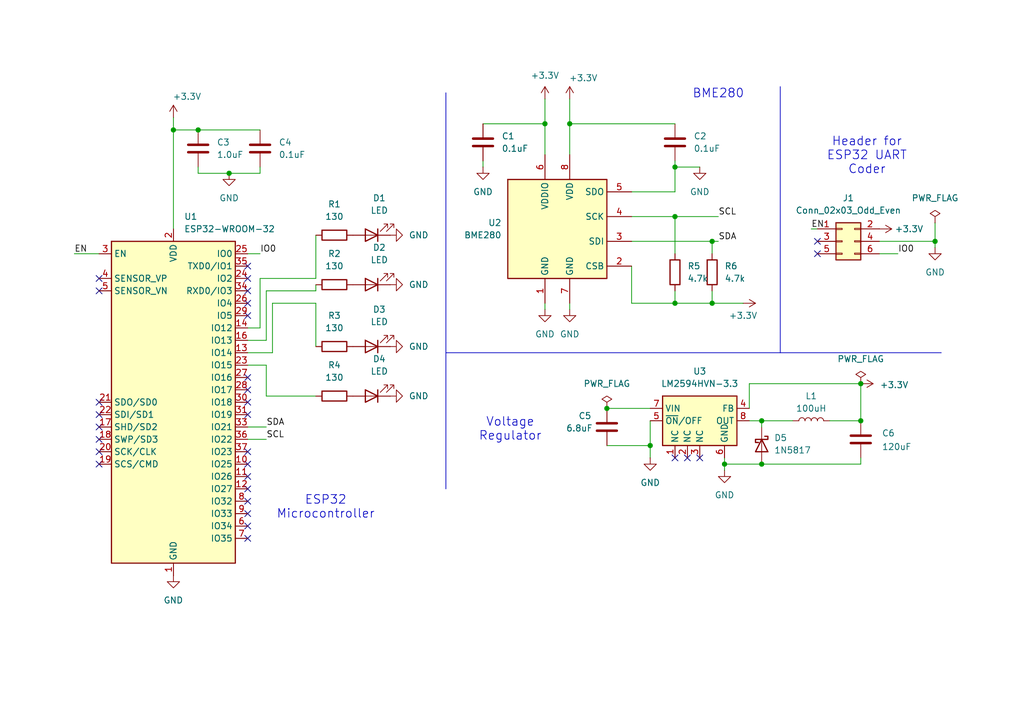
<source format=kicad_sch>
(kicad_sch (version 20231120) (generator "eeschema") (generator_version "8.0")
  (paper "A5")
  (title_block (title "Weather Station") (date "July 2024") (rev "V1"))
  (lib_symbols
    (symbol "Connector_Generic:Conn_02x03_Odd_Even" (pin_names (offset 1.016) hide)
      (property "Reference" "J" (at 1.27 5.08 0))
      (property "Value" "Conn_02x03_Odd_Even" (at 1.27 -5.08 0))
      (symbol "Conn_02x03_Odd_Even_1_1"
        (rectangle (start -1.27 -2.413) (end 0 -2.667) (stroke (width 0.1524)))
        (rectangle (start -1.27 0.127) (end 0 -0.127) (stroke (width 0.1524)))
        (rectangle (start -1.27 2.667) (end 0 2.413) (stroke (width 0.1524)))
        (rectangle (start -1.27 3.81) (end 3.81 -3.81) (stroke (width 0.254)) (fill (type background)))
        (rectangle (start 3.81 -2.413) (end 2.54 -2.667) (stroke (width 0.1524)))
        (rectangle (start 3.81 0.127) (end 2.54 -0.127) (stroke (width 0.1524)))
        (rectangle (start 3.81 2.667) (end 2.54 2.413) (stroke (width 0.1524)))
        (pin passive line (at -5.08 2.54 0) (length 3.81) (name "Pin_1") (number "1"))
        (pin passive line (at 7.62 2.54 180) (length 3.81) (name "Pin_2") (number "2"))
        (pin passive line (at -5.08 0 0) (length 3.81) (name "Pin_3") (number "3"))
        (pin passive line (at 7.62 0 180) (length 3.81) (name "Pin_4") (number "4"))
        (pin passive line (at -5.08 -2.54 0) (length 3.81) (name "Pin_5") (number "5"))
        (pin passive line (at 7.62 -2.54 180) (length 3.81) (name "Pin_6") (number "6"))
      )
    )
    (symbol "Device:C" (pin_numbers hide) (pin_names (offset 0.254))
      (property "Reference" "C" (at 0.635 2.54 0))
      (property "Value" "C" (at 0.635 -2.54 0))
      (symbol "C_0_1"
        (polyline (pts (xy -2.032 -0.762) (xy 2.032 -0.762)) (stroke (width 0.508)))
        (polyline (pts (xy -2.032 0.762) (xy 2.032 0.762)) (stroke (width 0.508)))
      )
      (symbol "C_1_1"
        (pin passive line (at 0 3.81 270) (length 2.794) (name "~") (number "1"))
        (pin passive line (at 0 -3.81 90) (length 2.794) (name "~") (number "2"))
      )
    )
    (symbol "Device:L" (pin_numbers hide) (pin_names (offset 1.016) hide)
      (property "Reference" "L" (at -1.27 0 90))
      (property "Value" "L" (at 1.905 0 90))
      (symbol "L_0_1"
        (arc (start 0 -2.54) (mid 0.6323 -1.905) (end 0 -1.27))
        (arc (start 0 -1.27) (mid 0.6323 -0.635) (end 0 0))
        (arc (start 0 0) (mid 0.6323 0.635) (end 0 1.27))
        (arc (start 0 1.27) (mid 0.6323 1.905) (end 0 2.54))
      )
      (symbol "L_1_1"
        (pin passive line (at 0 3.81 270) (length 1.27) (name "1") (number "1"))
        (pin passive line (at 0 -3.81 90) (length 1.27) (name "2") (number "2"))
      )
    )
    (symbol "Device:LED" (pin_numbers hide) (pin_names (offset 1.016) hide)
      (property "Reference" "D" (at 0 2.54 0))
      (property "Value" "LED" (at 0 -2.54 0))
      (symbol "LED_0_1"
        (polyline (pts (xy -1.27 -1.27) (xy -1.27 1.27)) (stroke (width 0.254)))
        (polyline (pts (xy -1.27 0) (xy 1.27 0)))
        (polyline (pts (xy 1.27 -1.27) (xy 1.27 1.27) (xy -1.27 0) (xy 1.27 -1.27)) (stroke (width 0.254)))
        (polyline (pts (xy -3.048 -0.762) (xy -4.572 -2.286) (xy -3.81 -2.286) (xy -4.572 -2.286) (xy -4.572 -1.524)))
        (polyline (pts (xy -1.778 -0.762) (xy -3.302 -2.286) (xy -2.54 -2.286) (xy -3.302 -2.286) (xy -3.302 -1.524)))
      )
      (symbol "LED_1_1"
        (pin passive line (at -3.81 0 0) (length 2.54) (name "K") (number "1"))
        (pin passive line (at 3.81 0 180) (length 2.54) (name "A") (number "2"))
      )
    )
    (symbol "Device:R" (pin_numbers hide) (pin_names (offset 0))
      (property "Reference" "R" (at 2.032 0 90))
      (property "Value" "R" (at 0 0 90))
      (symbol "R_0_1"
        (rectangle (start -1.016 -2.54) (end 1.016 2.54) (stroke (width 0.254)))
      )
      (symbol "R_1_1"
        (pin passive line (at 0 3.81 270) (length 1.27) (name "~") (number "1"))
        (pin passive line (at 0 -3.81 90) (length 1.27) (name "~") (number "2"))
      )
    )
    (symbol "Diode:1N5817" (pin_numbers hide) (pin_names (offset 1.016) hide)
      (property "Reference" "D" (at 0 2.54 0))
      (property "Value" "1N5817" (at 0 -2.54 0))
      (symbol "1N5817_0_1"
        (polyline (pts (xy 1.27 0) (xy -1.27 0)))
        (polyline (pts (xy 1.27 1.27) (xy 1.27 -1.27) (xy -1.27 0) (xy 1.27 1.27)) (stroke (width 0.254)))
        (polyline (pts (xy -1.905 0.635) (xy -1.905 1.27) (xy -1.27 1.27) (xy -1.27 -1.27) (xy -0.635 -1.27) (xy -0.635 -0.635)) (stroke (width 0.254)))
      )
      (symbol "1N5817_1_1"
        (pin passive line (at -3.81 0 0) (length 2.54) (name "K") (number "1"))
        (pin passive line (at 3.81 0 180) (length 2.54) (name "A") (number "2"))
      )
    )
    (symbol "RF_Module:ESP32-WROOM-32"
      (property "Reference" "U" (at -12.7 34.29 0))
      (property "Value" "ESP32-WROOM-32" (at 1.27 34.29 0))
      (symbol "ESP32-WROOM-32_0_1"
        (rectangle (start -12.7 33.02) (end 12.7 -33.02) (stroke (width 0.254)) (fill (type background)))
      )
      (symbol "ESP32-WROOM-32_1_1"
        (pin power_in line (at 0 -35.56 90) (length 2.54) (name "GND") (number "1"))
        (pin bidirectional line (at 15.24 -12.7 180) (length 2.54) (name "IO25") (number "10"))
        (pin bidirectional line (at 15.24 -15.24 180) (length 2.54) (name "IO26") (number "11"))
        (pin bidirectional line (at 15.24 -17.78 180) (length 2.54) (name "IO27") (number "12"))
        (pin bidirectional line (at 15.24 10.16 180) (length 2.54) (name "IO14") (number "13"))
        (pin bidirectional line (at 15.24 15.24 180) (length 2.54) (name "IO12") (number "14"))
        (pin passive line (at 0 -35.56 90) (length 2.54) hide (name "GND") (number "15"))
        (pin bidirectional line (at 15.24 12.7 180) (length 2.54) (name "IO13") (number "16"))
        (pin bidirectional line (at -15.24 -5.08 0) (length 2.54) (name "SHD/SD2") (number "17"))
        (pin bidirectional line (at -15.24 -7.62 0) (length 2.54) (name "SWP/SD3") (number "18"))
        (pin bidirectional line (at -15.24 -12.7 0) (length 2.54) (name "SCS/CMD") (number "19"))
        (pin power_in line (at 0 35.56 270) (length 2.54) (name "VDD") (number "2"))
        (pin bidirectional line (at -15.24 -10.16 0) (length 2.54) (name "SCK/CLK") (number "20"))
        (pin bidirectional line (at -15.24 0 0) (length 2.54) (name "SDO/SD0") (number "21"))
        (pin bidirectional line (at -15.24 -2.54 0) (length 2.54) (name "SDI/SD1") (number "22"))
        (pin bidirectional line (at 15.24 7.62 180) (length 2.54) (name "IO15") (number "23"))
        (pin bidirectional line (at 15.24 25.4 180) (length 2.54) (name "IO2") (number "24"))
        (pin bidirectional line (at 15.24 30.48 180) (length 2.54) (name "IO0") (number "25"))
        (pin bidirectional line (at 15.24 20.32 180) (length 2.54) (name "IO4") (number "26"))
        (pin bidirectional line (at 15.24 5.08 180) (length 2.54) (name "IO16") (number "27"))
        (pin bidirectional line (at 15.24 2.54 180) (length 2.54) (name "IO17") (number "28"))
        (pin bidirectional line (at 15.24 17.78 180) (length 2.54) (name "IO5") (number "29"))
        (pin input line (at -15.24 30.48 0) (length 2.54) (name "EN") (number "3"))
        (pin bidirectional line (at 15.24 0 180) (length 2.54) (name "IO18") (number "30"))
        (pin bidirectional line (at 15.24 -2.54 180) (length 2.54) (name "IO19") (number "31"))
        (pin no_connect line (at -12.7 -27.94 0) (length 2.54) hide (name "NC") (number "32"))
        (pin bidirectional line (at 15.24 -5.08 180) (length 2.54) (name "IO21") (number "33"))
        (pin bidirectional line (at 15.24 22.86 180) (length 2.54) (name "RXD0/IO3") (number "34"))
        (pin bidirectional line (at 15.24 27.94 180) (length 2.54) (name "TXD0/IO1") (number "35"))
        (pin bidirectional line (at 15.24 -7.62 180) (length 2.54) (name "IO22") (number "36"))
        (pin bidirectional line (at 15.24 -10.16 180) (length 2.54) (name "IO23") (number "37"))
        (pin passive line (at 0 -35.56 90) (length 2.54) hide (name "GND") (number "38"))
        (pin passive line (at 0 -35.56 90) (length 2.54) hide (name "GND") (number "39"))
        (pin input line (at -15.24 25.4 0) (length 2.54) (name "SENSOR_VP") (number "4"))
        (pin input line (at -15.24 22.86 0) (length 2.54) (name "SENSOR_VN") (number "5"))
        (pin input line (at 15.24 -25.4 180) (length 2.54) (name "IO34") (number "6"))
        (pin input line (at 15.24 -27.94 180) (length 2.54) (name "IO35") (number "7"))
        (pin bidirectional line (at 15.24 -20.32 180) (length 2.54) (name "IO32") (number "8"))
        (pin bidirectional line (at 15.24 -22.86 180) (length 2.54) (name "IO33") (number "9"))
      )
    )
    (symbol "Regulator_Switching:LM2594HVN-3.3"
      (property "Reference" "U" (at -7.62 6.35 0))
      (property "Value" "LM2594HVN-3.3" (at 0 6.35 0))
      (symbol "LM2594HVN-3.3_0_1"
        (rectangle (start -7.62 5.08) (end 7.62 -5.08) (stroke (width 0.254)) (fill (type background)))
      )
      (symbol "LM2594HVN-3.3_1_1"
        (pin passive line (at -5.08 -7.62 90) (length 2.54) (name "NC") (number "1"))
        (pin passive line (at -2.54 -7.62 90) (length 2.54) (name "NC") (number "2"))
        (pin passive line (at 0 -7.62 90) (length 2.54) (name "NC") (number "3"))
        (pin input line (at 10.16 2.54 180) (length 2.54) (name "FB") (number "4"))
        (pin input line (at -10.16 0 0) (length 2.54) (name "~{ON}/OFF") (number "5"))
        (pin power_in line (at 5.08 -7.62 90) (length 2.54) (name "GND") (number "6"))
        (pin power_in line (at -10.16 2.54 0) (length 2.54) (name "VIN") (number "7"))
        (pin output line (at 10.16 0 180) (length 2.54) (name "OUT") (number "8"))
      )
    )
    (symbol "Sensor:BME280"
      (property "Reference" "U" (at -8.89 11.43 0))
      (property "Value" "BME280" (at 7.62 11.43 0))
      (symbol "BME280_0_1"
        (rectangle (start -10.16 10.16) (end 10.16 -10.16) (stroke (width 0.254)) (fill (type background)))
      )
      (symbol "BME280_1_1"
        (pin power_in line (at -2.54 -15.24 90) (length 5.08) (name "GND") (number "1"))
        (pin input line (at 15.24 -7.62 180) (length 5.08) (name "CSB") (number "2"))
        (pin bidirectional line (at 15.24 -2.54 180) (length 5.08) (name "SDI") (number "3"))
        (pin input line (at 15.24 2.54 180) (length 5.08) (name "SCK") (number "4"))
        (pin bidirectional line (at 15.24 7.62 180) (length 5.08) (name "SDO") (number "5"))
        (pin power_in line (at -2.54 15.24 270) (length 5.08) (name "VDDIO") (number "6"))
        (pin power_in line (at 2.54 -15.24 90) (length 5.08) (name "GND") (number "7"))
        (pin power_in line (at 2.54 15.24 270) (length 5.08) (name "VDD") (number "8"))
      )
    )
    (symbol "power:+3.3V" (power) (pin_numbers hide) (pin_names (offset 0) hide)
      (property "Value" "+3.3V" (at 0 3.556 0))
      (symbol "+3.3V_0_1"
        (polyline (pts (xy -0.762 1.27) (xy 0 2.54)))
        (polyline (pts (xy 0 0) (xy 0 2.54)))
        (polyline (pts (xy 0 2.54) (xy 0.762 1.27)))
      )
      (symbol "+3.3V_1_1"
        (pin power_in line (at 0 0 90) (length 0) (name "~") (number "1"))
      )
    )
    (symbol "power:GND" (power) (pin_numbers hide) (pin_names (offset 0) hide)
      (property "Value" "GND" (at 0 -3.81 0))
      (symbol "GND_0_1"
        (polyline (pts (xy 0 0) (xy 0 -1.27) (xy 1.27 -1.27) (xy 0 -2.54) (xy -1.27 -1.27) (xy 0 -1.27)))
      )
      (symbol "GND_1_1"
        (pin power_in line (at 0 0 270) (length 0) (name "~") (number "1"))
      )
    )
    (symbol "power:PWR_FLAG" (power) (pin_numbers hide) (pin_names (offset 0) hide)
      (property "Value" "PWR_FLAG" (at 0 3.81 0))
      (symbol "PWR_FLAG_0_0"
        (pin power_out line (at 0 0 90) (length 0) (name "~") (number "1"))
      )
      (symbol "PWR_FLAG_0_1"
        (polyline (pts (xy 0 0) (xy 0 1.27) (xy -1.016 1.905) (xy 0 2.54) (xy 1.016 1.905) (xy 0 1.27)))
      )
    )
  )
  (junction (at 40.64 26.67))
  (junction (at 156.21 86.36))
  (junction (at 176.53 78.74))
  (junction (at 176.53 86.36))
  (junction (at 146.05 62.23))
  (junction (at 111.76 25.4))
  (junction (at 148.59 95.25))
  (junction (at 138.43 34.29))
  (junction (at 138.43 44.45))
  (junction (at 46.99 35.56))
  (junction (at 133.35 91.44))
  (junction (at 116.84 25.4))
  (junction (at 138.43 62.23))
  (junction (at 124.46 83.82))
  (junction (at 35.56 26.67))
  (junction (at 146.05 49.53))
  (junction (at 156.21 95.25))
  (junction (at 191.77 49.53))
  (no_connect (at 50.8 110.49))
  (no_connect (at 50.8 92.71))
  (no_connect (at 167.64 52.07))
  (no_connect (at 20.32 87.63))
  (no_connect (at 50.8 64.77))
  (no_connect (at 143.51 93.98))
  (no_connect (at 20.32 82.55))
  (no_connect (at 20.32 85.09))
  (no_connect (at 140.97 93.98))
  (no_connect (at 50.8 82.55))
  (no_connect (at 50.8 102.87))
  (no_connect (at 50.8 107.95))
  (no_connect (at 50.8 80.01))
  (no_connect (at 50.8 57.15))
  (no_connect (at 138.43 93.98))
  (no_connect (at 20.32 95.25))
  (no_connect (at 20.32 90.17))
  (no_connect (at 20.32 59.69))
  (no_connect (at 50.8 97.79))
  (no_connect (at 50.8 95.25))
  (no_connect (at 50.8 85.09))
  (no_connect (at 50.8 105.41))
  (no_connect (at 20.32 92.71))
  (no_connect (at 50.8 62.23))
  (no_connect (at 20.32 57.15))
  (no_connect (at 50.8 77.47))
  (no_connect (at 167.64 49.53))
  (no_connect (at 50.8 100.33))
  (no_connect (at 50.8 59.69))
  (no_connect (at 50.8 54.61))
  (wire (pts (xy 40.64 34.29) (xy 40.64 35.56)))
  (wire (pts (xy 53.34 57.15) (xy 53.34 67.31)))
  (wire (pts (xy 64.77 57.15) (xy 53.34 57.15)))
  (wire (pts (xy 146.05 62.23) (xy 138.43 62.23)))
  (wire (pts (xy 146.05 49.53) (xy 146.05 52.07)))
  (wire (pts (xy 53.34 35.56) (xy 46.99 35.56)))
  (wire (pts (xy 99.06 34.29) (xy 99.06 33.02)))
  (wire (pts (xy 153.67 83.82) (xy 153.67 78.74)))
  (wire (pts (xy 111.76 25.4) (xy 111.76 31.75)))
  (wire (pts (xy 191.77 45.72) (xy 191.77 49.53)))
  (wire (pts (xy 191.77 50.8) (xy 191.77 49.53)))
  (wire (pts (xy 156.21 86.36) (xy 156.21 87.63)))
  (wire (pts (xy 54.61 81.28) (xy 54.61 74.93)))
  (wire (pts (xy 147.32 44.45) (xy 138.43 44.45)))
  (wire (pts (xy 54.61 59.69) (xy 54.61 69.85)))
  (wire (pts (xy 133.35 93.98) (xy 133.35 91.44)))
  (wire (pts (xy 133.35 91.44) (xy 133.35 86.36)))
  (wire (pts (xy 15.24 52.07) (xy 20.32 52.07)))
  (wire (pts (xy 64.77 58.42) (xy 64.77 59.69)))
  (wire (pts (xy 138.43 33.02) (xy 138.43 34.29)))
  (wire (pts (xy 129.54 39.37) (xy 138.43 39.37)))
  (wire (pts (xy 64.77 81.28) (xy 54.61 81.28)))
  (wire (pts (xy 129.54 62.23) (xy 129.54 54.61)))
  (wire (pts (xy 54.61 87.63) (xy 50.8 87.63)))
  (wire (pts (xy 176.53 78.74) (xy 176.53 86.36)))
  (wire (pts (xy 35.56 26.67) (xy 40.64 26.67)))
  (polyline (pts (xy 160.02 72.39) (xy 160.02 17.78)))
  (wire (pts (xy 40.64 26.67) (xy 53.34 26.67)))
  (wire (pts (xy 54.61 69.85) (xy 50.8 69.85)))
  (wire (pts (xy 191.77 49.53) (xy 180.34 49.53)))
  (wire (pts (xy 152.4 62.23) (xy 146.05 62.23)))
  (wire (pts (xy 148.59 96.52) (xy 148.59 95.25)))
  (polyline (pts (xy 91.44 19.05) (xy 91.44 100.33)))
  (wire (pts (xy 153.67 78.74) (xy 176.53 78.74)))
  (wire (pts (xy 53.34 52.07) (xy 50.8 52.07)))
  (wire (pts (xy 148.59 95.25) (xy 156.21 95.25)))
  (wire (pts (xy 156.21 86.36) (xy 162.56 86.36)))
  (wire (pts (xy 143.51 34.29) (xy 138.43 34.29)))
  (wire (pts (xy 146.05 49.53) (xy 129.54 49.53)))
  (wire (pts (xy 64.77 48.26) (xy 64.77 57.15)))
  (polyline (pts (xy 91.44 72.39) (xy 193.04 72.39)))
  (wire (pts (xy 124.46 91.44) (xy 133.35 91.44)))
  (wire (pts (xy 54.61 90.17) (xy 50.8 90.17)))
  (wire (pts (xy 138.43 44.45) (xy 138.43 52.07)))
  (wire (pts (xy 111.76 63.5) (xy 111.76 62.23)))
  (wire (pts (xy 166.37 46.99) (xy 167.64 46.99)))
  (wire (pts (xy 40.64 35.56) (xy 46.99 35.56)))
  (wire (pts (xy 53.34 34.29) (xy 53.34 35.56)))
  (wire (pts (xy 147.32 49.53) (xy 146.05 49.53)))
  (wire (pts (xy 138.43 62.23) (xy 129.54 62.23)))
  (wire (pts (xy 170.18 86.36) (xy 176.53 86.36)))
  (wire (pts (xy 55.88 72.39) (xy 50.8 72.39)))
  (wire (pts (xy 53.34 67.31) (xy 50.8 67.31)))
  (wire (pts (xy 35.56 26.67) (xy 35.56 46.99)))
  (wire (pts (xy 64.77 59.69) (xy 54.61 59.69)))
  (wire (pts (xy 146.05 59.69) (xy 146.05 62.23)))
  (wire (pts (xy 99.06 25.4) (xy 111.76 25.4)))
  (wire (pts (xy 184.15 52.07) (xy 180.34 52.07)))
  (wire (pts (xy 124.46 83.82) (xy 133.35 83.82)))
  (wire (pts (xy 64.77 71.12) (xy 64.77 62.23)))
  (wire (pts (xy 176.53 95.25) (xy 176.53 93.98)))
  (wire (pts (xy 35.56 24.13) (xy 35.56 26.67)))
  (wire (pts (xy 138.43 44.45) (xy 129.54 44.45)))
  (wire (pts (xy 156.21 95.25) (xy 176.53 95.25)))
  (wire (pts (xy 64.77 62.23) (xy 55.88 62.23)))
  (wire (pts (xy 116.84 20.32) (xy 116.84 25.4)))
  (wire (pts (xy 153.67 86.36) (xy 156.21 86.36)))
  (wire (pts (xy 111.76 20.32) (xy 111.76 25.4)))
  (wire (pts (xy 148.59 95.25) (xy 148.59 93.98)))
  (wire (pts (xy 138.43 34.29) (xy 138.43 39.37)))
  (wire (pts (xy 116.84 25.4) (xy 138.43 25.4)))
  (wire (pts (xy 116.84 63.5) (xy 116.84 62.23)))
  (wire (pts (xy 54.61 74.93) (xy 50.8 74.93)))
  (wire (pts (xy 55.88 62.23) (xy 55.88 72.39)))
  (wire (pts (xy 138.43 59.69) (xy 138.43 62.23)))
  (wire (pts (xy 116.84 25.4) (xy 116.84 31.75)))
  (text "BME280" (at 147.32 19.304 0) (effects (font (size 1.778 1.778))))
  (text "Voltage\nRegulator\n" (at 104.648 88.138 0) (effects (font (size 1.778 1.778))))
  (text "Header for\nESP32 UART\nCoder\n" (at 177.8 32.004 0) (effects (font (size 1.778 1.778))))
  (text "ESP32\nMicrocontroller" (at 66.802 104.14 0) (effects (font (size 1.778 1.778))))
  (label "EN" (at 166.37 46.99 0))
  (label "SCL" (at 54.61 90.17 0))
  (label "IO0" (at 53.34 52.07 0))
  (label "IO0" (at 184.15 52.07 0))
  (label "EN" (at 15.24 52.07 0))
  (label "SDA" (at 54.61 87.63 0))
  (label "SCL" (at 147.32 44.45 0))
  (label "SDA" (at 147.32 49.53 0))
  (symbol (lib_id "power:GND") (at 111.76 63.5 0) (unit 1)
    (property "Reference" "#PWR01" (effects (hide yes)))
    (property "Value" "GND" (at 111.76 68.58 0))
    (property "Description" "Power symbol creates a global label with name \"GND\" , ground" (effects (hide yes)))
  )
  (symbol (lib_id "power:GND") (at 99.06 34.29 0) (unit 1)
    (property "Reference" "#PWR05" (effects (hide yes)))
    (property "Value" "GND" (at 99.06 39.37 0))
    (property "Description" "Power symbol creates a global label with name \"GND\" , ground" (effects (hide yes)))
  )
  (symbol (lib_id "Device:R") (at 146.05 55.88 180) (unit 1)
    (property "Reference" "R6" (at 148.59 54.6099 0) (effects (justify right)))
    (property "Value" "4.7k" (at 148.59 57.1499 0) (effects (justify right)))
    (property "Description" "Resistor" (effects (hide yes)))
  )
  (symbol (lib_id "power:GND") (at 46.99 35.56 0) (unit 1)
    (property "Reference" "#PWR09" (effects (hide yes)))
    (property "Value" "GND" (at 46.99 40.64 0))
    (property "Description" "Power symbol creates a global label with name \"GND\" , ground" (effects (hide yes)))
  )
  (symbol (lib_id "power:PWR_FLAG") (at 176.53 78.74 0) (unit 1)
    (property "Reference" "#FLG02" (effects (hide yes)))
    (property "Value" "PWR_FLAG" (at 176.53 73.66 0))
    (property "Description" "Special symbol for telling ERC where power comes from" (effects (hide yes)))
  )
  (symbol (lib_id "power:GND") (at 80.01 71.12 90) (unit 1)
    (property "Reference" "#PWR017" (effects (hide yes)))
    (property "Value" "GND" (at 83.82 71.1199 90) (effects (justify right)))
    (property "Description" "Power symbol creates a global label with name \"GND\" , ground" (effects (hide yes)))
  )
  (symbol (lib_id "Device:C") (at 53.34 30.48 0) (unit 1)
    (property "Reference" "C4" (at 57.15 29.2099 0) (effects (justify left)))
    (property "Value" "0.1uF" (at 57.15 31.7499 0) (effects (justify left)))
    (property "Description" "Unpolarized capacitor" (effects (hide yes)))
  )
  (symbol (lib_id "power:+3.3V") (at 180.34 46.99 270) (unit 1)
    (property "Reference" "#PWR012" (effects (hide yes)))
    (property "Value" "+3.3V" (at 186.436 46.99 90))
    (property "Description" "Power symbol creates a global label with name \"+3.3V\"" (effects (hide yes)))
  )
  (symbol (lib_id "Device:LED") (at 76.2 48.26 180) (unit 1)
    (property "Reference" "D1" (at 77.7875 40.64 0))
    (property "Value" "LED" (at 77.7875 43.18 0))
    (property "Description" "Light emitting diode" (effects (hide yes)))
  )
  (symbol (lib_id "Device:R") (at 68.58 81.28 90) (unit 1)
    (property "Reference" "R4" (at 68.58 74.93 90))
    (property "Value" "130" (at 68.58 77.47 90))
    (property "Description" "Resistor" (effects (hide yes)))
  )
  (symbol (lib_id "power:GND") (at 133.35 93.98 0) (unit 1)
    (property "Reference" "#PWR014" (effects (hide yes)))
    (property "Value" "GND" (at 133.35 99.06 0))
    (property "Description" "Power symbol creates a global label with name \"GND\" , ground" (effects (hide yes)))
  )
  (symbol (lib_id "Device:C") (at 40.64 30.48 0) (unit 1)
    (property "Reference" "C3" (at 44.45 29.2099 0) (effects (justify left)))
    (property "Value" "1.0uF" (at 44.45 31.7499 0) (effects (justify left)))
    (property "Description" "Unpolarized capacitor" (effects (hide yes)))
  )
  (symbol (lib_id "Sensor:BME280") (at 114.3 46.99 0) (unit 1)
    (property "Reference" "U2" (at 102.87 45.7199 0) (effects (justify right)))
    (property "Value" "BME280" (at 102.87 48.2599 0) (effects (justify right)))
    (property "Footprint" "Package_LGA:Bosch_LGA-8_2.5x2.5mm_P0.65mm_ClockwisePinNumbering" (effects (hide yes)))
    (property "Datasheet" "https://www.bosch-sensortec.com/media/boschsensortec/downloads/datasheets/bst-bme280-ds002.pdf" (effects (hide yes)))
    (property "Description" "3-in-1 sensor, humidity, pressure, temperature, I2C and SPI interface, 1.71-3.6V, LGA-8" (effects (hide yes)))
  )
  (symbol (lib_id "power:GND") (at 191.77 50.8 0) (unit 1)
    (property "Reference" "#PWR011" (effects (hide yes)))
    (property "Value" "GND" (at 191.77 55.88 0))
    (property "Description" "Power symbol creates a global label with name \"GND\" , ground" (effects (hide yes)))
  )
  (symbol (lib_id "power:+3.3V") (at 152.4 62.23 270) (unit 1)
    (property "Reference" "#PWR07" (effects (hide yes)))
    (property "Value" "+3.3V" (at 152.4 64.77 90))
    (property "Description" "Power symbol creates a global label with name \"+3.3V\"" (effects (hide yes)))
  )
  (symbol (lib_id "Device:LED") (at 76.2 71.12 180) (unit 1)
    (property "Reference" "D3" (at 77.7875 63.5 0))
    (property "Value" "LED" (at 77.7875 66.04 0))
    (property "Description" "Light emitting diode" (effects (hide yes)))
  )
  (symbol (lib_id "Diode:1N5817") (at 156.21 91.44 270) (unit 1)
    (property "Reference" "D5" (at 158.75 89.8524 90) (effects (justify left)))
    (property "Value" "1N5817" (at 158.75 92.3924 90) (effects (justify left)))
    (property "Footprint" "Diode_THT:D_DO-41_SOD81_P10.16mm_Horizontal" (effects (hide yes)))
    (property "Datasheet" "http://www.vishay.com/docs/88525/1n5817.pdf" (effects (hide yes)))
    (property "Description" "20V 1A Schottky Barrier Rectifier Diode, DO-41" (effects (hide yes)))
  )
  (symbol (lib_id "Device:LED") (at 76.2 58.42 180) (unit 1)
    (property "Reference" "D2" (at 77.7875 50.8 0))
    (property "Value" "LED" (at 77.7875 53.34 0))
    (property "Description" "Light emitting diode" (effects (hide yes)))
  )
  (symbol (lib_id "Device:C") (at 124.46 87.63 0) (unit 1)
    (property "Reference" "C5" (at 118.618 85.344 0) (effects (justify left)))
    (property "Value" "6.8uF" (at 116.078 87.884 0) (effects (justify left)))
    (property "Description" "Unpolarized capacitor" (effects (hide yes)))
  )
  (symbol (lib_id "power:+3.3V") (at 116.84 20.32 0) (unit 1)
    (property "Reference" "#PWR02" (effects (hide yes)))
    (property "Value" "+3.3V" (at 119.634 16.002 0))
    (property "Description" "Power symbol creates a global label with name \"+3.3V\"" (effects (hide yes)))
  )
  (symbol (lib_id "Device:R") (at 138.43 55.88 180) (unit 1)
    (property "Reference" "R5" (at 140.97 54.6099 0) (effects (justify right)))
    (property "Value" "4.7k" (at 140.97 57.1499 0) (effects (justify right)))
    (property "Description" "Resistor" (effects (hide yes)))
  )
  (symbol (lib_id "Regulator_Switching:LM2594HVN-3.3") (at 143.51 86.36 0) (unit 1)
    (property "Reference" "U3" (at 143.51 76.2 0))
    (property "Value" "LM2594HVN-3.3" (at 143.51 78.74 0))
    (property "Footprint" "Package_DIP:DIP-8_W7.62mm" (effects (hide yes)))
    (property "Datasheet" "http://www.ti.com/lit/ds/symlink/lm2594.pdf" (effects (hide yes)))
    (property "Description" "3.3V, 0.5A SIMPLE SWITCHER® Step-Down Voltage Regulator, Maximum VIN 60V, DIP-8" (effects (hide yes)))
  )
  (symbol (lib_id "Device:C") (at 99.06 29.21 0) (unit 1)
    (property "Reference" "C1" (at 102.87 27.9399 0) (effects (justify left)))
    (property "Value" "0.1uF" (at 102.87 30.4799 0) (effects (justify left)))
    (property "Description" "Unpolarized capacitor" (effects (hide yes)))
  )
  (symbol (lib_id "Device:C") (at 138.43 29.21 0) (unit 1)
    (property "Reference" "C2" (at 142.24 27.9399 0) (effects (justify left)))
    (property "Value" "0.1uF" (at 142.24 30.4799 0) (effects (justify left)))
    (property "Description" "Unpolarized capacitor" (effects (hide yes)))
  )
  (symbol (lib_id "power:GND") (at 35.56 118.11 0) (unit 1)
    (property "Reference" "#PWR08" (effects (hide yes)))
    (property "Value" "GND" (at 35.56 123.19 0))
    (property "Description" "Power symbol creates a global label with name \"GND\" , ground" (effects (hide yes)))
  )
  (symbol (lib_id "power:GND") (at 80.01 81.28 90) (unit 1)
    (property "Reference" "#PWR018" (effects (hide yes)))
    (property "Value" "GND" (at 83.82 81.2799 90) (effects (justify right)))
    (property "Description" "Power symbol creates a global label with name \"GND\" , ground" (effects (hide yes)))
  )
  (symbol (lib_id "Device:R") (at 68.58 58.42 90) (unit 1)
    (property "Reference" "R2" (at 68.58 52.07 90))
    (property "Value" "130" (at 68.58 54.61 90))
    (property "Description" "Resistor" (effects (hide yes)))
  )
  (symbol (lib_id "Device:C") (at 176.53 90.17 0) (unit 1)
    (property "Reference" "C6" (at 180.848 88.9 0) (effects (justify left)))
    (property "Value" "120uF" (at 180.848 91.694 0) (effects (justify left)))
    (property "Description" "Unpolarized capacitor" (effects (hide yes)))
  )
  (symbol (lib_id "Device:L") (at 166.37 86.36 90) (unit 1)
    (property "Reference" "L1" (at 166.37 81.28 90))
    (property "Value" "100uH" (at 166.37 83.82 90))
    (property "Description" "Inductor" (effects (hide yes)))
  )
  (symbol (lib_id "Device:R") (at 68.58 71.12 90) (unit 1)
    (property "Reference" "R3" (at 68.58 64.77 90))
    (property "Value" "130" (at 68.58 67.31 90))
    (property "Description" "Resistor" (effects (hide yes)))
  )
  (symbol (lib_id "Connector_Generic:Conn_02x03_Odd_Even") (at 172.72 49.53 0) (unit 1)
    (property "Reference" "J1" (at 173.99 40.64 0))
    (property "Value" "Conn_02x03_Odd_Even" (at 173.99 43.18 0))
    (property "Footprint" "Connector_IDC:IDC-Header_2x03_P2.54mm_Vertical" (effects (hide yes)))
    (property "Description" "Generic connector, double row, 02x03, odd/even pin numbering scheme (row 1 odd numbers, row 2 even numbers), script generated (kicad-library-utils/schlib/autogen/connector/)" (effects (hide yes)))
  )
  (symbol (lib_id "power:GND") (at 80.01 48.26 90) (unit 1)
    (property "Reference" "#PWR015" (effects (hide yes)))
    (property "Value" "GND" (at 83.82 48.2599 90) (effects (justify right)))
    (property "Description" "Power symbol creates a global label with name \"GND\" , ground" (effects (hide yes)))
  )
  (symbol (lib_id "power:+3.3V") (at 111.76 20.32 0) (unit 1)
    (property "Reference" "#PWR04" (effects (hide yes)))
    (property "Value" "+3.3V" (at 111.76 15.494 0))
    (property "Description" "Power symbol creates a global label with name \"+3.3V\"" (effects (hide yes)))
  )
  (symbol (lib_id "power:PWR_FLAG") (at 191.77 45.72 0) (unit 1)
    (property "Reference" "#FLG03" (effects (hide yes)))
    (property "Value" "PWR_FLAG" (at 191.77 40.64 0))
    (property "Description" "Special symbol for telling ERC where power comes from" (effects (hide yes)))
  )
  (symbol (lib_id "power:GND") (at 143.51 34.29 0) (unit 1)
    (property "Reference" "#PWR06" (effects (hide yes)))
    (property "Value" "GND" (at 143.51 39.37 0))
    (property "Description" "Power symbol creates a global label with name \"GND\" , ground" (effects (hide yes)))
  )
  (symbol (lib_id "power:GND") (at 80.01 58.42 90) (unit 1)
    (property "Reference" "#PWR016" (effects (hide yes)))
    (property "Value" "GND" (at 83.82 58.4199 90) (effects (justify right)))
    (property "Description" "Power symbol creates a global label with name \"GND\" , ground" (effects (hide yes)))
  )
  (symbol (lib_id "power:+3.3V") (at 176.53 78.74 270) (unit 1)
    (property "Reference" "#PWR019" (effects (hide yes)))
    (property "Value" "+3.3V" (at 183.388 78.994 90))
    (property "Description" "Power symbol creates a global label with name \"+3.3V\"" (effects (hide yes)))
  )
  (symbol (lib_id "power:GND") (at 116.84 63.5 0) (unit 1)
    (property "Reference" "#PWR03" (effects (hide yes)))
    (property "Value" "GND" (at 116.84 68.58 0))
    (property "Description" "Power symbol creates a global label with name \"GND\" , ground" (effects (hide yes)))
  )
  (symbol (lib_id "power:PWR_FLAG") (at 124.46 83.82 0) (unit 1)
    (property "Reference" "#FLG01" (effects (hide yes)))
    (property "Value" "PWR_FLAG" (at 124.46 78.74 0))
    (property "Description" "Special symbol for telling ERC where power comes from" (effects (hide yes)))
  )
  (symbol (lib_id "Device:R") (at 68.58 48.26 90) (unit 1)
    (property "Reference" "R1" (at 68.58 41.91 90))
    (property "Value" "130" (at 68.58 44.45 90))
    (property "Description" "Resistor" (effects (hide yes)))
  )
  (symbol (lib_id "RF_Module:ESP32-WROOM-32") (at 35.56 82.55 0) (unit 1)
    (property "Reference" "U1" (at 37.7541 44.45 0) (effects (justify left)))
    (property "Value" "ESP32-WROOM-32" (at 37.7541 46.99 0) (effects (justify left)))
    (property "Footprint" "RF_Module:ESP32-WROOM-32" (effects (hide yes)))
    (property "Datasheet" "https://www.espressif.com/sites/default/files/documentation/esp32-wroom-32_datasheet_en.pdf" (effects (hide yes)))
    (property "Description" "RF Module, ESP32-D0WDQ6 SoC, Wi-Fi 802.11b/g/n, Bluetooth, BLE, 32-bit, 2.7-3.6V, onboard antenna, SMD" (effects (hide yes)))
  )
  (symbol (lib_id "Device:LED") (at 76.2 81.28 180) (unit 1)
    (property "Reference" "D4" (at 77.7875 73.66 0))
    (property "Value" "LED" (at 77.7875 76.2 0))
    (property "Description" "Light emitting diode" (effects (hide yes)))
  )
  (symbol (lib_id "power:+3.3V") (at 35.56 24.13 0) (unit 1)
    (property "Reference" "#PWR010" (effects (hide yes)))
    (property "Value" "+3.3V" (at 38.354 19.812 0))
    (property "Description" "Power symbol creates a global label with name \"+3.3V\"" (effects (hide yes)))
  )
  (symbol (lib_id "power:GND") (at 148.59 96.52 0) (unit 1)
    (property "Reference" "#PWR013" (effects (hide yes)))
    (property "Value" "GND" (at 148.59 101.6 0))
    (property "Description" "Power symbol creates a global label with name \"GND\" , ground" (effects (hide yes)))
  )
)
</source>
